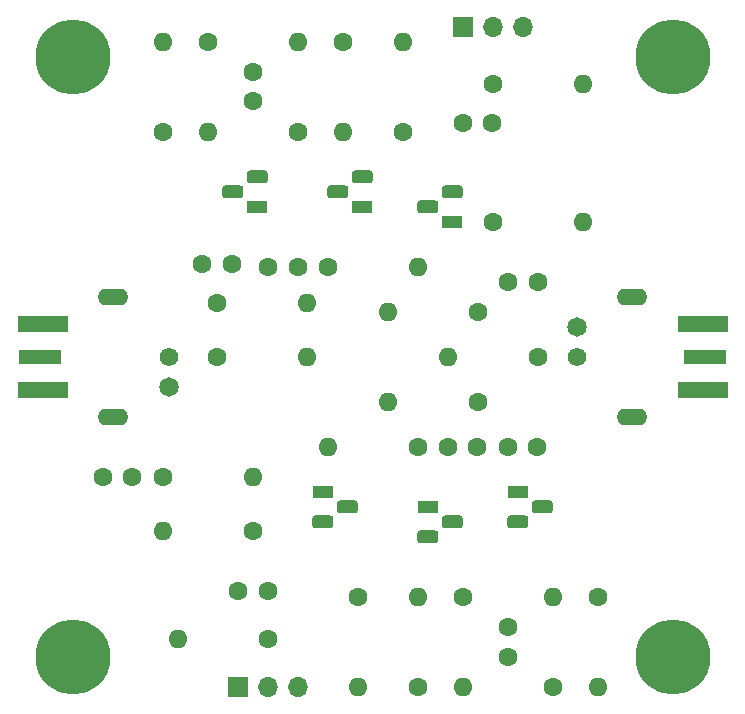
<source format=gts>
%TF.GenerationSoftware,KiCad,Pcbnew,(5.1.10)-1*%
%TF.CreationDate,2021-10-29T13:49:13-04:00*%
%TF.ProjectId,W7ZOI_TIA,57375a4f-495f-4544-9941-2e6b69636164,rev?*%
%TF.SameCoordinates,Original*%
%TF.FileFunction,Soldermask,Top*%
%TF.FilePolarity,Negative*%
%FSLAX46Y46*%
G04 Gerber Fmt 4.6, Leading zero omitted, Abs format (unit mm)*
G04 Created by KiCad (PCBNEW (5.1.10)-1) date 2021-10-29 13:49:13*
%MOMM*%
%LPD*%
G01*
G04 APERTURE LIST*
%ADD10C,1.600000*%
%ADD11C,6.350000*%
%ADD12R,4.200000X1.350000*%
%ADD13R,3.600000X1.270000*%
%ADD14R,1.800000X1.100000*%
%ADD15O,1.600000X1.600000*%
%ADD16O,1.700000X1.700000*%
%ADD17R,1.700000X1.700000*%
%ADD18C,1.574800*%
%ADD19C,1.651000*%
%ADD20O,2.600000X1.400000*%
G04 APERTURE END LIST*
D10*
%TO.C,C1*%
X144740000Y-66522600D03*
X142240000Y-66522600D03*
%TD*%
%TO.C,C2*%
X122682000Y-78460600D03*
X120182000Y-78460600D03*
%TD*%
%TO.C,C3*%
X124460000Y-64704600D03*
X124460000Y-62204600D03*
%TD*%
%TO.C,C4*%
X128270000Y-78714600D03*
X125770000Y-78714600D03*
%TD*%
%TO.C,C5*%
X146090000Y-79984600D03*
X148590000Y-79984600D03*
%TD*%
%TO.C,C6*%
X146050000Y-93954600D03*
X148550000Y-93954600D03*
%TD*%
%TO.C,C7*%
X123230000Y-106146600D03*
X125730000Y-106146600D03*
%TD*%
%TO.C,C8*%
X146050000Y-109234600D03*
X146050000Y-111734600D03*
%TD*%
%TO.C,C9*%
X140970000Y-93954600D03*
X143470000Y-93954600D03*
%TD*%
%TO.C,C10*%
X114260000Y-96494600D03*
X111760000Y-96494600D03*
%TD*%
D11*
%TO.C,MTG1*%
X109220000Y-111734600D03*
%TD*%
%TO.C,MTG2*%
X160020000Y-111734600D03*
%TD*%
%TO.C,MTG3*%
X109220000Y-60934600D03*
%TD*%
%TO.C,MTG4*%
X160020000Y-60934600D03*
%TD*%
D12*
%TO.C,P1*%
X106680000Y-83509600D03*
X106680000Y-89159600D03*
D13*
X106480000Y-86334600D03*
%TD*%
%TO.C,P2*%
X162760000Y-86334600D03*
D12*
X162560000Y-83509600D03*
X162560000Y-89159600D03*
%TD*%
D14*
%TO.C,Q1*%
X124860000Y-73634600D03*
G36*
G01*
X125485000Y-71644600D02*
X124235000Y-71644600D01*
G75*
G02*
X123960000Y-71369600I0J275000D01*
G01*
X123960000Y-70819600D01*
G75*
G02*
X124235000Y-70544600I275000J0D01*
G01*
X125485000Y-70544600D01*
G75*
G02*
X125760000Y-70819600I0J-275000D01*
G01*
X125760000Y-71369600D01*
G75*
G02*
X125485000Y-71644600I-275000J0D01*
G01*
G37*
G36*
G01*
X123415000Y-72914600D02*
X122165000Y-72914600D01*
G75*
G02*
X121890000Y-72639600I0J275000D01*
G01*
X121890000Y-72089600D01*
G75*
G02*
X122165000Y-71814600I275000J0D01*
G01*
X123415000Y-71814600D01*
G75*
G02*
X123690000Y-72089600I0J-275000D01*
G01*
X123690000Y-72639600D01*
G75*
G02*
X123415000Y-72914600I-275000J0D01*
G01*
G37*
%TD*%
%TO.C,Q2*%
X133750000Y-73634600D03*
G36*
G01*
X134375000Y-71644600D02*
X133125000Y-71644600D01*
G75*
G02*
X132850000Y-71369600I0J275000D01*
G01*
X132850000Y-70819600D01*
G75*
G02*
X133125000Y-70544600I275000J0D01*
G01*
X134375000Y-70544600D01*
G75*
G02*
X134650000Y-70819600I0J-275000D01*
G01*
X134650000Y-71369600D01*
G75*
G02*
X134375000Y-71644600I-275000J0D01*
G01*
G37*
G36*
G01*
X132305000Y-72914600D02*
X131055000Y-72914600D01*
G75*
G02*
X130780000Y-72639600I0J275000D01*
G01*
X130780000Y-72089600D01*
G75*
G02*
X131055000Y-71814600I275000J0D01*
G01*
X132305000Y-71814600D01*
G75*
G02*
X132580000Y-72089600I0J-275000D01*
G01*
X132580000Y-72639600D01*
G75*
G02*
X132305000Y-72914600I-275000J0D01*
G01*
G37*
%TD*%
%TO.C,Q3*%
G36*
G01*
X139925000Y-74184600D02*
X138675000Y-74184600D01*
G75*
G02*
X138400000Y-73909600I0J275000D01*
G01*
X138400000Y-73359600D01*
G75*
G02*
X138675000Y-73084600I275000J0D01*
G01*
X139925000Y-73084600D01*
G75*
G02*
X140200000Y-73359600I0J-275000D01*
G01*
X140200000Y-73909600D01*
G75*
G02*
X139925000Y-74184600I-275000J0D01*
G01*
G37*
G36*
G01*
X141995000Y-72914600D02*
X140745000Y-72914600D01*
G75*
G02*
X140470000Y-72639600I0J275000D01*
G01*
X140470000Y-72089600D01*
G75*
G02*
X140745000Y-71814600I275000J0D01*
G01*
X141995000Y-71814600D01*
G75*
G02*
X142270000Y-72089600I0J-275000D01*
G01*
X142270000Y-72639600D01*
G75*
G02*
X141995000Y-72914600I-275000J0D01*
G01*
G37*
X141370000Y-74904600D03*
%TD*%
%TO.C,Q4*%
G36*
G01*
X148365000Y-98484600D02*
X149615000Y-98484600D01*
G75*
G02*
X149890000Y-98759600I0J-275000D01*
G01*
X149890000Y-99309600D01*
G75*
G02*
X149615000Y-99584600I-275000J0D01*
G01*
X148365000Y-99584600D01*
G75*
G02*
X148090000Y-99309600I0J275000D01*
G01*
X148090000Y-98759600D01*
G75*
G02*
X148365000Y-98484600I275000J0D01*
G01*
G37*
G36*
G01*
X146295000Y-99754600D02*
X147545000Y-99754600D01*
G75*
G02*
X147820000Y-100029600I0J-275000D01*
G01*
X147820000Y-100579600D01*
G75*
G02*
X147545000Y-100854600I-275000J0D01*
G01*
X146295000Y-100854600D01*
G75*
G02*
X146020000Y-100579600I0J275000D01*
G01*
X146020000Y-100029600D01*
G75*
G02*
X146295000Y-99754600I275000J0D01*
G01*
G37*
X146920000Y-97764600D03*
%TD*%
%TO.C,Q5*%
X139300000Y-99034600D03*
G36*
G01*
X138675000Y-101024600D02*
X139925000Y-101024600D01*
G75*
G02*
X140200000Y-101299600I0J-275000D01*
G01*
X140200000Y-101849600D01*
G75*
G02*
X139925000Y-102124600I-275000J0D01*
G01*
X138675000Y-102124600D01*
G75*
G02*
X138400000Y-101849600I0J275000D01*
G01*
X138400000Y-101299600D01*
G75*
G02*
X138675000Y-101024600I275000J0D01*
G01*
G37*
G36*
G01*
X140745000Y-99754600D02*
X141995000Y-99754600D01*
G75*
G02*
X142270000Y-100029600I0J-275000D01*
G01*
X142270000Y-100579600D01*
G75*
G02*
X141995000Y-100854600I-275000J0D01*
G01*
X140745000Y-100854600D01*
G75*
G02*
X140470000Y-100579600I0J275000D01*
G01*
X140470000Y-100029600D01*
G75*
G02*
X140745000Y-99754600I275000J0D01*
G01*
G37*
%TD*%
%TO.C,Q6*%
G36*
G01*
X131855000Y-98484600D02*
X133105000Y-98484600D01*
G75*
G02*
X133380000Y-98759600I0J-275000D01*
G01*
X133380000Y-99309600D01*
G75*
G02*
X133105000Y-99584600I-275000J0D01*
G01*
X131855000Y-99584600D01*
G75*
G02*
X131580000Y-99309600I0J275000D01*
G01*
X131580000Y-98759600D01*
G75*
G02*
X131855000Y-98484600I275000J0D01*
G01*
G37*
G36*
G01*
X129785000Y-99754600D02*
X131035000Y-99754600D01*
G75*
G02*
X131310000Y-100029600I0J-275000D01*
G01*
X131310000Y-100579600D01*
G75*
G02*
X131035000Y-100854600I-275000J0D01*
G01*
X129785000Y-100854600D01*
G75*
G02*
X129510000Y-100579600I0J275000D01*
G01*
X129510000Y-100029600D01*
G75*
G02*
X129785000Y-99754600I275000J0D01*
G01*
G37*
X130410000Y-97764600D03*
%TD*%
D10*
%TO.C,R1*%
X120650000Y-59664600D03*
D15*
X120650000Y-67284600D03*
%TD*%
%TO.C,R2*%
X116840000Y-59664600D03*
D10*
X116840000Y-67284600D03*
%TD*%
D15*
%TO.C,R3*%
X128270000Y-59664600D03*
D10*
X128270000Y-67284600D03*
%TD*%
D15*
%TO.C,R4*%
X152400000Y-63220600D03*
D10*
X144780000Y-63220600D03*
%TD*%
D15*
%TO.C,R5*%
X132080000Y-67284600D03*
D10*
X132080000Y-59664600D03*
%TD*%
%TO.C,R6*%
X121412000Y-81762600D03*
D15*
X129032000Y-81762600D03*
%TD*%
D10*
%TO.C,R7*%
X130810000Y-78714600D03*
D15*
X138430000Y-78714600D03*
%TD*%
D10*
%TO.C,R8*%
X137160000Y-67284600D03*
D15*
X137160000Y-59664600D03*
%TD*%
D10*
%TO.C,R9*%
X144780000Y-74904600D03*
D15*
X152400000Y-74904600D03*
%TD*%
%TO.C,R10*%
X135890000Y-82524600D03*
D10*
X143510000Y-82524600D03*
%TD*%
D15*
%TO.C,R11*%
X140970000Y-86334600D03*
D10*
X148590000Y-86334600D03*
%TD*%
D15*
%TO.C,R12*%
X118110000Y-110210600D03*
D10*
X125730000Y-110210600D03*
%TD*%
D15*
%TO.C,R13*%
X149860000Y-106654600D03*
D10*
X149860000Y-114274600D03*
%TD*%
%TO.C,R14*%
X153670000Y-106654600D03*
D15*
X153670000Y-114274600D03*
%TD*%
D10*
%TO.C,R15*%
X142240000Y-106654600D03*
D15*
X142240000Y-114274600D03*
%TD*%
D10*
%TO.C,R16*%
X138430000Y-114274600D03*
D15*
X138430000Y-106654600D03*
%TD*%
D10*
%TO.C,R17*%
X143510000Y-90144600D03*
D15*
X135890000Y-90144600D03*
%TD*%
%TO.C,R18*%
X130810000Y-93954600D03*
D10*
X138430000Y-93954600D03*
%TD*%
%TO.C,R19*%
X133350000Y-106654600D03*
D15*
X133350000Y-114274600D03*
%TD*%
%TO.C,R20*%
X116840000Y-101066600D03*
D10*
X124460000Y-101066600D03*
%TD*%
%TO.C,R21*%
X116840000Y-96494600D03*
D15*
X124460000Y-96494600D03*
%TD*%
D16*
%TO.C,J1*%
X147320000Y-58394600D03*
X144780000Y-58394600D03*
D17*
X142240000Y-58394600D03*
%TD*%
%TO.C,J2*%
X123190000Y-114274600D03*
D16*
X125730000Y-114274600D03*
X128270000Y-114274600D03*
%TD*%
D10*
%TO.C,R22*%
X121412000Y-86334600D03*
D15*
X129032000Y-86334600D03*
%TD*%
D18*
%TO.C,P3*%
X117348000Y-86334600D03*
D19*
X117348000Y-88874600D03*
D20*
X112668000Y-91414600D03*
X112668000Y-81254600D03*
%TD*%
%TO.C,P4*%
X156572000Y-91414600D03*
X156572000Y-81254600D03*
D19*
X151892000Y-83794600D03*
D18*
X151892000Y-86334600D03*
%TD*%
M02*

</source>
